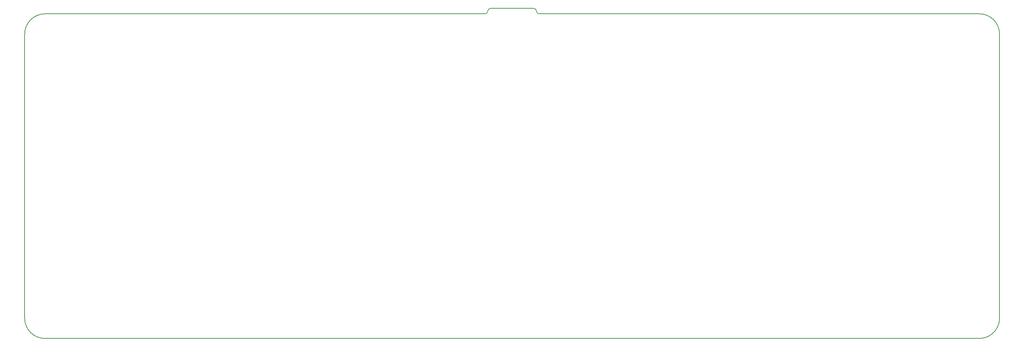
<source format=gbr>
G04 #@! TF.GenerationSoftware,KiCad,Pcbnew,5.1.4*
G04 #@! TF.CreationDate,2019-09-09T01:33:39-03:00*
G04 #@! TF.ProjectId,hammerhead,68616d6d-6572-4686-9561-642e6b696361,rev?*
G04 #@! TF.SameCoordinates,Original*
G04 #@! TF.FileFunction,Profile,NP*
%FSLAX46Y46*%
G04 Gerber Fmt 4.6, Leading zero omitted, Abs format (unit mm)*
G04 Created by KiCad (PCBNEW 5.1.4) date 2019-09-09 01:33:39*
%MOMM*%
%LPD*%
G04 APERTURE LIST*
%ADD10C,0.127000*%
G04 APERTURE END LIST*
D10*
X221773750Y-56515000D02*
X231933750Y-56515000D01*
X220503750Y-57785000D02*
X117316250Y-57785000D01*
X232568750Y-57150000D02*
G75*
G03X233203750Y-57785000I635000J0D01*
G01*
X232568750Y-57150000D02*
G75*
G03X231933750Y-56515000I-635000J0D01*
G01*
X221138750Y-57150000D02*
G75*
G02X221773750Y-56515000I635000J0D01*
G01*
X221138750Y-57150000D02*
G75*
G02X220503750Y-57785000I-635000J0D01*
G01*
X336391250Y-57785000D02*
G75*
G02X341153750Y-62547500I0J-4762500D01*
G01*
X112553750Y-62547500D02*
G75*
G02X117316250Y-57785000I4762500J0D01*
G01*
X117316250Y-133985000D02*
G75*
G02X112553750Y-129222500I0J4762500D01*
G01*
X341153750Y-129222500D02*
G75*
G02X336391250Y-133985000I-4762500J0D01*
G01*
X112553750Y-62547500D02*
X112553750Y-129222500D01*
X117316250Y-133985000D02*
X336391250Y-133985000D01*
X341153750Y-129222500D02*
X341153750Y-62547500D01*
X233203750Y-57785000D02*
X336391250Y-57785000D01*
M02*

</source>
